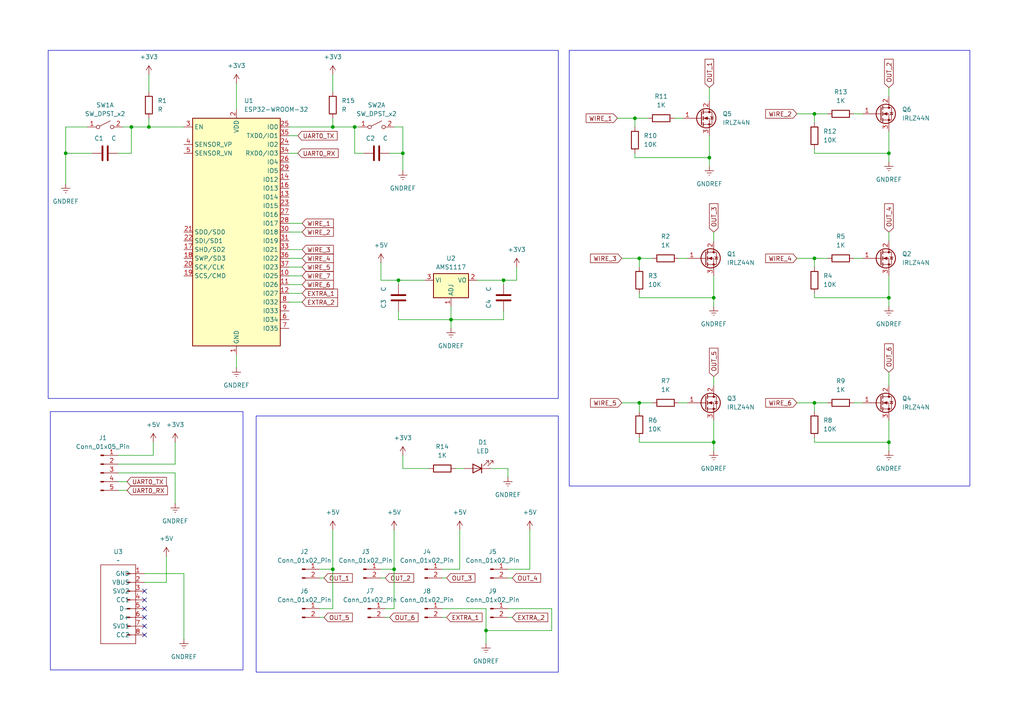
<source format=kicad_sch>
(kicad_sch (version 20231120) (generator "eeschema") (generator_version "8.0")
  (paper "A4")
  (lib_symbols
    (symbol "Connector:Conn_01x02_Pin" (pin_names (offset 1.016) hide)
      (property "Reference" "J" (at 0 2.54 0))
      (property "Value" "Conn_01x02_Pin" (at 0 -5.08 0))
      (symbol "Conn_01x02_Pin_1_1"
        (polyline (pts (xy 1.27 -2.54) (xy 0.8636 -2.54)) (stroke (width 0.1524)))
        (polyline (pts (xy 1.27 0) (xy 0.8636 0)) (stroke (width 0.1524)))
        (rectangle (start 0.8636 -2.413) (end 0 -2.667) (stroke (width 0.1524)) (fill (type outline)))
        (rectangle (start 0.8636 0.127) (end 0 -0.127) (stroke (width 0.1524)) (fill (type outline)))
        (pin passive line (at 5.08 0 180) (length 3.81) (name "Pin_1") (number "1"))
        (pin passive line (at 5.08 -2.54 180) (length 3.81) (name "Pin_2") (number "2"))
      )
    )
    (symbol "Connector:Conn_01x05_Pin" (pin_names (offset 1.016) hide)
      (property "Reference" "J" (at 0 7.62 0))
      (property "Value" "Conn_01x05_Pin" (at 0 -7.62 0))
      (symbol "Conn_01x05_Pin_1_1"
        (polyline (pts (xy 1.27 -5.08) (xy 0.8636 -5.08)) (stroke (width 0.1524)))
        (polyline (pts (xy 1.27 -2.54) (xy 0.8636 -2.54)) (stroke (width 0.1524)))
        (polyline (pts (xy 1.27 0) (xy 0.8636 0)) (stroke (width 0.1524)))
        (polyline (pts (xy 1.27 2.54) (xy 0.8636 2.54)) (stroke (width 0.1524)))
        (polyline (pts (xy 1.27 5.08) (xy 0.8636 5.08)) (stroke (width 0.1524)))
        (rectangle (start 0.8636 -4.953) (end 0 -5.207) (stroke (width 0.1524)) (fill (type outline)))
        (rectangle (start 0.8636 -2.413) (end 0 -2.667) (stroke (width 0.1524)) (fill (type outline)))
        (rectangle (start 0.8636 0.127) (end 0 -0.127) (stroke (width 0.1524)) (fill (type outline)))
        (rectangle (start 0.8636 2.667) (end 0 2.413) (stroke (width 0.1524)) (fill (type outline)))
        (rectangle (start 0.8636 5.207) (end 0 4.953) (stroke (width 0.1524)) (fill (type outline)))
        (pin passive line (at 5.08 5.08 180) (length 3.81) (name "Pin_1") (number "1"))
        (pin passive line (at 5.08 2.54 180) (length 3.81) (name "Pin_2") (number "2"))
        (pin passive line (at 5.08 0 180) (length 3.81) (name "Pin_3") (number "3"))
        (pin passive line (at 5.08 -2.54 180) (length 3.81) (name "Pin_4") (number "4"))
        (pin passive line (at 5.08 -5.08 180) (length 3.81) (name "Pin_5") (number "5"))
      )
    )
    (symbol "Device:C" (pin_numbers hide) (pin_names (offset 0.254))
      (property "Reference" "C" (at 0.635 2.54 0))
      (property "Value" "C" (at 0.635 -2.54 0))
      (symbol "C_0_1"
        (polyline (pts (xy -2.032 -0.762) (xy 2.032 -0.762)) (stroke (width 0.508)))
        (polyline (pts (xy -2.032 0.762) (xy 2.032 0.762)) (stroke (width 0.508)))
      )
      (symbol "C_1_1"
        (pin passive line (at 0 3.81 270) (length 2.794) (name "~") (number "1"))
        (pin passive line (at 0 -3.81 90) (length 2.794) (name "~") (number "2"))
      )
    )
    (symbol "Device:LED" (pin_numbers hide) (pin_names (offset 1.016) hide)
      (property "Reference" "D" (at 0 2.54 0))
      (property "Value" "LED" (at 0 -2.54 0))
      (symbol "LED_0_1"
        (polyline (pts (xy -1.27 -1.27) (xy -1.27 1.27)) (stroke (width 0.254)))
        (polyline (pts (xy -1.27 0) (xy 1.27 0)))
        (polyline (pts (xy 1.27 -1.27) (xy 1.27 1.27) (xy -1.27 0) (xy 1.27 -1.27)) (stroke (width 0.254)))
        (polyline (pts (xy -3.048 -0.762) (xy -4.572 -2.286) (xy -3.81 -2.286) (xy -4.572 -2.286) (xy -4.572 -1.524)))
        (polyline (pts (xy -1.778 -0.762) (xy -3.302 -2.286) (xy -2.54 -2.286) (xy -3.302 -2.286) (xy -3.302 -1.524)))
      )
      (symbol "LED_1_1"
        (pin passive line (at -3.81 0 0) (length 2.54) (name "K") (number "1"))
        (pin passive line (at 3.81 0 180) (length 2.54) (name "A") (number "2"))
      )
    )
    (symbol "Device:R" (pin_numbers hide) (pin_names (offset 0))
      (property "Reference" "R" (at 2.032 0 90))
      (property "Value" "R" (at 0 0 90))
      (symbol "R_0_1"
        (rectangle (start -1.016 -2.54) (end 1.016 2.54) (stroke (width 0.254)))
      )
      (symbol "R_1_1"
        (pin passive line (at 0 3.81 270) (length 1.27) (name "~") (number "1"))
        (pin passive line (at 0 -3.81 90) (length 1.27) (name "~") (number "2"))
      )
    )
    (symbol "RF_Module:ESP32-WROOM-32"
      (property "Reference" "U" (at -12.7 34.29 0))
      (property "Value" "ESP32-WROOM-32" (at 1.27 34.29 0))
      (symbol "ESP32-WROOM-32_0_1"
        (rectangle (start -12.7 33.02) (end 12.7 -33.02) (stroke (width 0.254)) (fill (type background)))
      )
      (symbol "ESP32-WROOM-32_1_1"
        (pin power_in line (at 0 -35.56 90) (length 2.54) (name "GND") (number "1"))
        (pin bidirectional line (at 15.24 -12.7 180) (length 2.54) (name "IO25") (number "10"))
        (pin bidirectional line (at 15.24 -15.24 180) (length 2.54) (name "IO26") (number "11"))
        (pin bidirectional line (at 15.24 -17.78 180) (length 2.54) (name "IO27") (number "12"))
        (pin bidirectional line (at 15.24 10.16 180) (length 2.54) (name "IO14") (number "13"))
        (pin bidirectional line (at 15.24 15.24 180) (length 2.54) (name "IO12") (number "14"))
        (pin passive line (at 0 -35.56 90) (length 2.54) hide (name "GND") (number "15"))
        (pin bidirectional line (at 15.24 12.7 180) (length 2.54) (name "IO13") (number "16"))
        (pin bidirectional line (at -15.24 -5.08 0) (length 2.54) (name "SHD/SD2") (number "17"))
        (pin bidirectional line (at -15.24 -7.62 0) (length 2.54) (name "SWP/SD3") (number "18"))
        (pin bidirectional line (at -15.24 -12.7 0) (length 2.54) (name "SCS/CMD") (number "19"))
        (pin power_in line (at 0 35.56 270) (length 2.54) (name "VDD") (number "2"))
        (pin bidirectional line (at -15.24 -10.16 0) (length 2.54) (name "SCK/CLK") (number "20"))
        (pin bidirectional line (at -15.24 0 0) (length 2.54) (name "SDO/SD0") (number "21"))
        (pin bidirectional line (at -15.24 -2.54 0) (length 2.54) (name "SDI/SD1") (number "22"))
        (pin bidirectional line (at 15.24 7.62 180) (length 2.54) (name "IO15") (number "23"))
        (pin bidirectional line (at 15.24 25.4 180) (length 2.54) (name "IO2") (number "24"))
        (pin bidirectional line (at 15.24 30.48 180) (length 2.54) (name "IO0") (number "25"))
        (pin bidirectional line (at 15.24 20.32 180) (length 2.54) (name "IO4") (number "26"))
        (pin bidirectional line (at 15.24 5.08 180) (length 2.54) (name "IO16") (number "27"))
        (pin bidirectional line (at 15.24 2.54 180) (length 2.54) (name "IO17") (number "28"))
        (pin bidirectional line (at 15.24 17.78 180) (length 2.54) (name "IO5") (number "29"))
        (pin input line (at -15.24 30.48 0) (length 2.54) (name "EN") (number "3"))
        (pin bidirectional line (at 15.24 0 180) (length 2.54) (name "IO18") (number "30"))
        (pin bidirectional line (at 15.24 -2.54 180) (length 2.54) (name "IO19") (number "31"))
        (pin no_connect line (at -12.7 -27.94 0) (length 2.54) hide (name "NC") (number "32"))
        (pin bidirectional line (at 15.24 -5.08 180) (length 2.54) (name "IO21") (number "33"))
        (pin bidirectional line (at 15.24 22.86 180) (length 2.54) (name "RXD0/IO3") (number "34"))
        (pin bidirectional line (at 15.24 27.94 180) (length 2.54) (name "TXD0/IO1") (number "35"))
        (pin bidirectional line (at 15.24 -7.62 180) (length 2.54) (name "IO22") (number "36"))
        (pin bidirectional line (at 15.24 -10.16 180) (length 2.54) (name "IO23") (number "37"))
        (pin passive line (at 0 -35.56 90) (length 2.54) hide (name "GND") (number "38"))
        (pin passive line (at 0 -35.56 90) (length 2.54) hide (name "GND") (number "39"))
        (pin input line (at -15.24 25.4 0) (length 2.54) (name "SENSOR_VP") (number "4"))
        (pin input line (at -15.24 22.86 0) (length 2.54) (name "SENSOR_VN") (number "5"))
        (pin input line (at 15.24 -25.4 180) (length 2.54) (name "IO34") (number "6"))
        (pin input line (at 15.24 -27.94 180) (length 2.54) (name "IO35") (number "7"))
        (pin bidirectional line (at 15.24 -20.32 180) (length 2.54) (name "IO32") (number "8"))
        (pin bidirectional line (at 15.24 -22.86 180) (length 2.54) (name "IO33") (number "9"))
      )
    )
    (symbol "Regulator_Linear:AMS1117"
      (property "Reference" "U" (at -3.81 3.175 0))
      (property "Value" "AMS1117" (at 0 3.175 0))
      (symbol "AMS1117_0_1"
        (rectangle (start -5.08 -5.08) (end 5.08 1.905) (stroke (width 0.254)) (fill (type background)))
      )
      (symbol "AMS1117_1_1"
        (pin input line (at 0 -7.62 90) (length 2.54) (name "ADJ") (number "1"))
        (pin power_out line (at 7.62 0 180) (length 2.54) (name "VO") (number "2"))
        (pin power_in line (at -7.62 0 0) (length 2.54) (name "VI") (number "3"))
      )
    )
    (symbol "Switch:SW_DPST_x2" (pin_names (offset 0) hide)
      (property "Reference" "SW" (at 0 3.175 0))
      (property "Value" "SW_DPST_x2" (at 0 -2.54 0))
      (symbol "SW_DPST_x2_0_0"
        (circle (center -2.032 0) (radius 0.508))
        (polyline (pts (xy -1.524 0.254) (xy 1.524 1.778)))
        (circle (center 2.032 0) (radius 0.508))
      )
      (symbol "SW_DPST_x2_1_1"
        (pin passive line (at -5.08 0 0) (length 2.54) (name "A") (number "1"))
        (pin passive line (at 5.08 0 180) (length 2.54) (name "B") (number "2"))
      )
      (symbol "SW_DPST_x2_2_1"
        (pin passive line (at -5.08 0 0) (length 2.54) (name "A") (number "3"))
        (pin passive line (at 5.08 0 180) (length 2.54) (name "B") (number "4"))
      )
    )
    (symbol "Transistor_FET:IRLZ44N" (pin_names hide)
      (property "Reference" "Q" (at 5.08 1.905 0))
      (property "Value" "IRLZ44N" (at 5.08 0 0))
      (symbol "IRLZ44N_0_1"
        (polyline (pts (xy 0.254 0) (xy -2.54 0)))
        (polyline (pts (xy 0.254 1.905) (xy 0.254 -1.905)) (stroke (width 0.254)))
        (polyline (pts (xy 0.762 -1.27) (xy 0.762 -2.286)) (stroke (width 0.254)))
        (polyline (pts (xy 0.762 0.508) (xy 0.762 -0.508)) (stroke (width 0.254)))
        (polyline (pts (xy 0.762 2.286) (xy 0.762 1.27)) (stroke (width 0.254)))
        (polyline (pts (xy 2.54 2.54) (xy 2.54 1.778)))
        (polyline (pts (xy 2.54 -2.54) (xy 2.54 0) (xy 0.762 0)))
        (polyline (pts (xy 0.762 -1.778) (xy 3.302 -1.778) (xy 3.302 1.778) (xy 0.762 1.778)))
        (polyline (pts (xy 1.016 0) (xy 2.032 0.381) (xy 2.032 -0.381) (xy 1.016 0)) (fill (type outline)))
        (polyline (pts (xy 2.794 0.508) (xy 2.921 0.381) (xy 3.683 0.381) (xy 3.81 0.254)))
        (polyline (pts (xy 3.302 0.381) (xy 2.921 -0.254) (xy 3.683 -0.254) (xy 3.302 0.381)))
        (circle (center 1.651 0) (radius 2.794) (stroke (width 0.254)))
        (circle (center 2.54 -1.778) (radius 0.254) (fill (type outline)))
        (circle (center 2.54 1.778) (radius 0.254) (fill (type outline)))
      )
      (symbol "IRLZ44N_1_1"
        (pin input line (at -5.08 0 0) (length 2.54) (name "G") (number "1"))
        (pin passive line (at 2.54 5.08 270) (length 2.54) (name "D") (number "2"))
        (pin passive line (at 2.54 -5.08 90) (length 2.54) (name "S") (number "3"))
      )
    )
    (symbol "nichrome_project_lib:usb-c-breakout"
      (property "Reference" "U" (at 0 0 0))
      (symbol "usb-c-breakout_1_1"
        (rectangle (start -10.16 -1.27) (end 0 -24.13) (fill (type color)))
        (rectangle (start -1.6764 -21.463) (end -2.54 -21.717) (stroke (width 0.1524)) (fill (type outline)))
        (rectangle (start -1.6764 -18.923) (end -2.54 -19.177) (stroke (width 0.1524)) (fill (type outline)))
        (rectangle (start -1.6764 -16.383) (end -2.54 -16.637) (stroke (width 0.1524)) (fill (type outline)))
        (rectangle (start -1.6764 -13.843) (end -2.54 -14.097) (stroke (width 0.1524)) (fill (type outline)))
        (rectangle (start -1.6764 -11.303) (end -2.54 -11.557) (stroke (width 0.1524)) (fill (type outline)))
        (rectangle (start -1.6764 -8.763) (end -2.54 -9.017) (stroke (width 0.1524)) (fill (type outline)))
        (rectangle (start -1.6764 -6.223) (end -2.54 -6.477) (stroke (width 0.1524)) (fill (type outline)))
        (rectangle (start -1.6764 -3.683) (end -2.54 -3.937) (stroke (width 0.1524)) (fill (type outline)))
        (polyline (pts (xy -1.27 -21.59) (xy -1.6764 -21.59)) (stroke (width 0.1524)))
        (polyline (pts (xy -1.27 -19.05) (xy -1.6764 -19.05)) (stroke (width 0.1524)))
        (polyline (pts (xy -1.27 -16.51) (xy -1.6764 -16.51)) (stroke (width 0.1524)))
        (polyline (pts (xy -1.27 -13.97) (xy -1.6764 -13.97)) (stroke (width 0.1524)))
        (polyline (pts (xy -1.27 -11.43) (xy -1.6764 -11.43)) (stroke (width 0.1524)))
        (polyline (pts (xy -1.27 -8.89) (xy -1.6764 -8.89)) (stroke (width 0.1524)))
        (polyline (pts (xy -1.27 -6.35) (xy -1.6764 -6.35)) (stroke (width 0.1524)))
        (polyline (pts (xy -1.27 -3.81) (xy -1.6764 -3.81)) (stroke (width 0.1524)))
        (pin power_out line (at 2.54 -3.81 180) (length 3.81) (name "GND") (number "1"))
        (pin power_in line (at 2.54 -6.35 180) (length 3.81) (name "VBUS") (number "2"))
        (pin passive line (at 2.54 -8.89 180) (length 3.81) (name "SVD2") (number "3"))
        (pin passive line (at 2.54 -11.43 180) (length 3.81) (name "CC1") (number "4"))
        (pin passive line (at 2.54 -13.97 180) (length 3.81) (name "D-") (number "5"))
        (pin passive line (at 2.54 -16.51 180) (length 3.81) (name "D+") (number "6"))
        (pin passive line (at 2.54 -19.05 180) (length 3.81) (name "SVD1") (number "7"))
        (pin passive line (at 2.54 -21.59 180) (length 3.81) (name "CC2") (number "8"))
      )
    )
    (symbol "power:+3V3" (power) (pin_numbers hide) (pin_names (offset 0) hide)
      (property "Value" "+3V3" (at 0 3.556 0))
      (symbol "+3V3_0_1"
        (polyline (pts (xy -0.762 1.27) (xy 0 2.54)))
        (polyline (pts (xy 0 0) (xy 0 2.54)))
        (polyline (pts (xy 0 2.54) (xy 0.762 1.27)))
      )
      (symbol "+3V3_1_1"
        (pin power_in line (at 0 0 90) (length 0) (name "~") (number "1"))
      )
    )
    (symbol "power:+5V" (power) (pin_numbers hide) (pin_names (offset 0) hide)
      (property "Value" "+5V" (at 0 3.556 0))
      (symbol "+5V_0_1"
        (polyline (pts (xy -0.762 1.27) (xy 0 2.54)))
        (polyline (pts (xy 0 0) (xy 0 2.54)))
        (polyline (pts (xy 0 2.54) (xy 0.762 1.27)))
      )
      (symbol "+5V_1_1"
        (pin power_in line (at 0 0 90) (length 0) (name "~") (number "1"))
      )
    )
    (symbol "power:GNDREF" (power) (pin_numbers hide) (pin_names (offset 0) hide)
      (property "Value" "GNDREF" (at 0 -3.81 0))
      (symbol "GNDREF_0_1"
        (polyline (pts (xy -0.635 -1.905) (xy 0.635 -1.905)))
        (polyline (pts (xy -0.127 -2.54) (xy 0.127 -2.54)))
        (polyline (pts (xy 0 -1.27) (xy 0 0)))
        (polyline (pts (xy 1.27 -1.27) (xy -1.27 -1.27)))
      )
      (symbol "GNDREF_1_1"
        (pin power_in line (at 0 0 270) (length 0) (name "~") (number "1"))
      )
    )
  )
  (junction (at 43.18 36.83))
  (junction (at 207.01 86.36))
  (junction (at 140.97 182.88))
  (junction (at 114.3 165.1))
  (junction (at 257.81 86.36))
  (junction (at 257.81 44.45))
  (junction (at 96.52 165.1))
  (junction (at 185.42 116.84))
  (junction (at 19.05 44.45))
  (junction (at 146.05 81.28))
  (junction (at 236.22 116.84))
  (junction (at 130.81 92.71))
  (junction (at 236.22 33.02))
  (junction (at 257.81 128.27))
  (junction (at 96.52 36.83))
  (junction (at 115.57 81.28))
  (junction (at 102.87 36.83))
  (junction (at 205.74 45.72))
  (junction (at 116.84 44.45))
  (junction (at 185.42 74.93))
  (junction (at 236.22 74.93))
  (junction (at 38.1 36.83))
  (junction (at 207.01 128.27))
  (junction (at 184.15 34.29))
  (no_connect (at 41.91 179.07))
  (no_connect (at 41.91 171.45))
  (no_connect (at 41.91 173.99))
  (no_connect (at 41.91 184.15))
  (no_connect (at 41.91 181.61))
  (no_connect (at 41.91 176.53))
  (wire (pts (xy 160.02 176.53) (xy 160.02 182.88)))
  (wire (pts (xy 257.81 121.92) (xy 257.81 128.27)))
  (wire (pts (xy 257.81 38.1) (xy 257.81 44.45)))
  (wire (pts (xy 83.82 67.31) (xy 87.63 67.31)))
  (wire (pts (xy 185.42 116.84) (xy 185.42 119.38)))
  (wire (pts (xy 196.85 116.84) (xy 199.39 116.84)))
  (wire (pts (xy 180.34 116.84) (xy 185.42 116.84)))
  (wire (pts (xy 44.45 132.08) (xy 44.45 128.27)))
  (wire (pts (xy 231.14 74.93) (xy 236.22 74.93)))
  (wire (pts (xy 102.87 36.83) (xy 102.87 44.45)))
  (wire (pts (xy 195.58 34.29) (xy 198.12 34.29)))
  (wire (pts (xy 34.29 134.62) (xy 50.8 134.62)))
  (wire (pts (xy 140.97 182.88) (xy 140.97 186.69)))
  (wire (pts (xy 257.81 107.95) (xy 257.81 111.76)))
  (wire (pts (xy 128.27 179.07) (xy 129.54 179.07)))
  (wire (pts (xy 140.97 176.53) (xy 140.97 182.88)))
  (wire (pts (xy 19.05 53.34) (xy 19.05 44.45)))
  (wire (pts (xy 111.76 176.53) (xy 114.3 176.53)))
  (wire (pts (xy 92.71 176.53) (xy 96.52 176.53)))
  (wire (pts (xy 83.82 44.45) (xy 86.36 44.45)))
  (wire (pts (xy 19.05 44.45) (xy 19.05 36.83)))
  (wire (pts (xy 207.01 109.22) (xy 207.01 111.76)))
  (wire (pts (xy 231.14 33.02) (xy 236.22 33.02)))
  (wire (pts (xy 34.29 139.7) (xy 36.83 139.7)))
  (wire (pts (xy 133.35 165.1) (xy 133.35 153.67)))
  (wire (pts (xy 153.67 153.67) (xy 153.67 165.1)))
  (wire (pts (xy 35.56 36.83) (xy 38.1 36.83)))
  (wire (pts (xy 240.03 33.02) (xy 236.22 33.02)))
  (wire (pts (xy 68.58 102.87) (xy 68.58 106.68)))
  (wire (pts (xy 50.8 137.16) (xy 50.8 146.05)))
  (wire (pts (xy 236.22 128.27) (xy 257.81 128.27)))
  (wire (pts (xy 115.57 92.71) (xy 130.81 92.71)))
  (wire (pts (xy 102.87 44.45) (xy 105.41 44.45)))
  (wire (pts (xy 147.32 167.64) (xy 148.59 167.64)))
  (wire (pts (xy 142.24 135.89) (xy 147.32 135.89)))
  (wire (pts (xy 247.65 33.02) (xy 250.19 33.02)))
  (wire (pts (xy 110.49 167.64) (xy 111.76 167.64)))
  (wire (pts (xy 43.18 21.59) (xy 43.18 26.67)))
  (wire (pts (xy 130.81 92.71) (xy 146.05 92.71)))
  (wire (pts (xy 114.3 36.83) (xy 116.84 36.83)))
  (wire (pts (xy 147.32 135.89) (xy 147.32 138.43)))
  (wire (pts (xy 236.22 44.45) (xy 236.22 43.18)))
  (wire (pts (xy 83.82 72.39) (xy 87.63 72.39)))
  (wire (pts (xy 96.52 34.29) (xy 96.52 36.83)))
  (wire (pts (xy 128.27 165.1) (xy 133.35 165.1)))
  (wire (pts (xy 236.22 128.27) (xy 236.22 127)))
  (wire (pts (xy 128.27 176.53) (xy 140.97 176.53)))
  (wire (pts (xy 96.52 36.83) (xy 102.87 36.83)))
  (wire (pts (xy 96.52 21.59) (xy 96.52 26.67)))
  (wire (pts (xy 96.52 153.67) (xy 96.52 165.1)))
  (wire (pts (xy 185.42 128.27) (xy 207.01 128.27)))
  (wire (pts (xy 19.05 44.45) (xy 26.67 44.45)))
  (wire (pts (xy 130.81 92.71) (xy 130.81 95.25)))
  (wire (pts (xy 185.42 128.27) (xy 185.42 127)))
  (wire (pts (xy 34.29 137.16) (xy 50.8 137.16)))
  (wire (pts (xy 83.82 36.83) (xy 96.52 36.83)))
  (wire (pts (xy 207.01 67.31) (xy 207.01 69.85)))
  (wire (pts (xy 41.91 168.91) (xy 48.26 168.91)))
  (wire (pts (xy 92.71 167.64) (xy 93.98 167.64)))
  (wire (pts (xy 240.03 116.84) (xy 236.22 116.84)))
  (wire (pts (xy 236.22 44.45) (xy 257.81 44.45)))
  (wire (pts (xy 146.05 81.28) (xy 146.05 82.55)))
  (wire (pts (xy 92.71 165.1) (xy 96.52 165.1)))
  (wire (pts (xy 149.86 81.28) (xy 149.86 77.47)))
  (wire (pts (xy 34.29 132.08) (xy 44.45 132.08)))
  (wire (pts (xy 180.34 74.93) (xy 185.42 74.93)))
  (wire (pts (xy 113.03 44.45) (xy 116.84 44.45)))
  (wire (pts (xy 83.82 82.55) (xy 87.63 82.55)))
  (wire (pts (xy 257.81 86.36) (xy 257.81 88.9)))
  (wire (pts (xy 160.02 182.88) (xy 140.97 182.88)))
  (wire (pts (xy 38.1 36.83) (xy 43.18 36.83)))
  (wire (pts (xy 114.3 153.67) (xy 114.3 165.1)))
  (wire (pts (xy 153.67 165.1) (xy 147.32 165.1)))
  (wire (pts (xy 83.82 77.47) (xy 87.63 77.47)))
  (wire (pts (xy 92.71 179.07) (xy 93.98 179.07)))
  (wire (pts (xy 187.96 34.29) (xy 184.15 34.29)))
  (wire (pts (xy 185.42 74.93) (xy 185.42 77.47)))
  (wire (pts (xy 236.22 86.36) (xy 257.81 86.36)))
  (wire (pts (xy 247.65 116.84) (xy 250.19 116.84)))
  (wire (pts (xy 50.8 134.62) (xy 50.8 128.27)))
  (wire (pts (xy 116.84 135.89) (xy 124.46 135.89)))
  (wire (pts (xy 110.49 81.28) (xy 110.49 76.2)))
  (wire (pts (xy 236.22 33.02) (xy 236.22 35.56)))
  (wire (pts (xy 231.14 116.84) (xy 236.22 116.84)))
  (wire (pts (xy 257.81 67.31) (xy 257.81 69.85)))
  (wire (pts (xy 96.52 165.1) (xy 96.52 176.53)))
  (wire (pts (xy 147.32 179.07) (xy 148.59 179.07)))
  (wire (pts (xy 83.82 39.37) (xy 86.36 39.37)))
  (wire (pts (xy 236.22 116.84) (xy 236.22 119.38)))
  (wire (pts (xy 115.57 81.28) (xy 110.49 81.28)))
  (wire (pts (xy 83.82 80.01) (xy 87.63 80.01)))
  (wire (pts (xy 207.01 121.92) (xy 207.01 128.27)))
  (wire (pts (xy 185.42 86.36) (xy 185.42 85.09)))
  (wire (pts (xy 43.18 36.83) (xy 53.34 36.83)))
  (wire (pts (xy 236.22 74.93) (xy 236.22 77.47)))
  (wire (pts (xy 19.05 36.83) (xy 25.4 36.83)))
  (wire (pts (xy 115.57 82.55) (xy 115.57 81.28)))
  (wire (pts (xy 102.87 36.83) (xy 104.14 36.83)))
  (wire (pts (xy 207.01 86.36) (xy 207.01 88.9)))
  (wire (pts (xy 147.32 176.53) (xy 160.02 176.53)))
  (wire (pts (xy 189.23 116.84) (xy 185.42 116.84)))
  (wire (pts (xy 207.01 80.01) (xy 207.01 86.36)))
  (wire (pts (xy 240.03 74.93) (xy 236.22 74.93)))
  (wire (pts (xy 83.82 85.09) (xy 87.63 85.09)))
  (wire (pts (xy 184.15 34.29) (xy 184.15 36.83)))
  (wire (pts (xy 116.84 132.08) (xy 116.84 135.89)))
  (wire (pts (xy 257.81 128.27) (xy 257.81 130.81)))
  (wire (pts (xy 184.15 45.72) (xy 184.15 44.45)))
  (wire (pts (xy 83.82 87.63) (xy 87.63 87.63)))
  (wire (pts (xy 236.22 86.36) (xy 236.22 85.09)))
  (wire (pts (xy 184.15 45.72) (xy 205.74 45.72)))
  (wire (pts (xy 189.23 74.93) (xy 185.42 74.93)))
  (wire (pts (xy 68.58 24.13) (xy 68.58 31.75)))
  (wire (pts (xy 116.84 36.83) (xy 116.84 44.45)))
  (wire (pts (xy 41.91 166.37) (xy 53.34 166.37)))
  (wire (pts (xy 130.81 88.9) (xy 130.81 92.71)))
  (wire (pts (xy 257.81 25.4) (xy 257.81 27.94)))
  (wire (pts (xy 83.82 74.93) (xy 87.63 74.93)))
  (wire (pts (xy 179.07 34.29) (xy 184.15 34.29)))
  (wire (pts (xy 205.74 25.4) (xy 205.74 29.21)))
  (wire (pts (xy 205.74 45.72) (xy 205.74 48.26)))
  (wire (pts (xy 110.49 165.1) (xy 114.3 165.1)))
  (wire (pts (xy 257.81 80.01) (xy 257.81 86.36)))
  (wire (pts (xy 111.76 179.07) (xy 113.03 179.07)))
  (wire (pts (xy 34.29 142.24) (xy 36.83 142.24)))
  (wire (pts (xy 138.43 81.28) (xy 146.05 81.28)))
  (wire (pts (xy 34.29 44.45) (xy 38.1 44.45)))
  (wire (pts (xy 38.1 44.45) (xy 38.1 36.83)))
  (wire (pts (xy 43.18 34.29) (xy 43.18 36.83)))
  (wire (pts (xy 48.26 168.91) (xy 48.26 161.29)))
  (wire (pts (xy 247.65 74.93) (xy 250.19 74.93)))
  (wire (pts (xy 116.84 44.45) (xy 116.84 49.53)))
  (wire (pts (xy 114.3 165.1) (xy 114.3 176.53)))
  (wire (pts (xy 185.42 86.36) (xy 207.01 86.36)))
  (wire (pts (xy 128.27 167.64) (xy 129.54 167.64)))
  (wire (pts (xy 83.82 64.77) (xy 87.63 64.77)))
  (wire (pts (xy 207.01 128.27) (xy 207.01 130.81)))
  (wire (pts (xy 115.57 90.17) (xy 115.57 92.71)))
  (wire (pts (xy 146.05 92.71) (xy 146.05 90.17)))
  (wire (pts (xy 257.81 44.45) (xy 257.81 46.99)))
  (wire (pts (xy 115.57 81.28) (xy 123.19 81.28)))
  (wire (pts (xy 132.08 135.89) (xy 134.62 135.89)))
  (wire (pts (xy 196.85 74.93) (xy 199.39 74.93)))
  (wire (pts (xy 146.05 81.28) (xy 149.86 81.28)))
  (wire (pts (xy 205.74 39.37) (xy 205.74 45.72)))
  (wire (pts (xy 53.34 166.37) (xy 53.34 185.42)))
  (rectangle (start 165.1 14.605) (end 281.305 140.97))
  (rectangle (start 13.97 14.605) (end 161.925 115.57))
  (rectangle (start 74.295 120.65) (end 161.925 194.945))
  (rectangle (start 14.605 119.38) (end 70.485 194.31))
  (global_label "OUT_2" (shape input) (at 257.81 25.4 90) (property "Intersheetrefs" "${INTERSHEET_REFS}" (effects (hide yes))))
  (global_label "UART0_TX" (shape input) (at 86.36 39.37 0) (property "Intersheetrefs" "${INTERSHEET_REFS}" (effects (hide yes))))
  (global_label "WIRE_1" (shape input) (at 87.63 64.77 0) (property "Intersheetrefs" "${INTERSHEET_REFS}" (effects (hide yes))))
  (global_label "OUT_6" (shape input) (at 257.81 107.95 90) (property "Intersheetrefs" "${INTERSHEET_REFS}" (effects (hide yes))))
  (global_label "OUT_3" (shape input) (at 207.01 67.31 90) (property "Intersheetrefs" "${INTERSHEET_REFS}" (effects (hide yes))))
  (global_label "WIRE_5" (shape input) (at 87.63 77.47 0) (property "Intersheetrefs" "${INTERSHEET_REFS}" (effects (hide yes))))
  (global_label "WIRE_3" (shape input) (at 180.34 74.93 180) (property "Intersheetrefs" "${INTERSHEET_REFS}" (effects (hide yes))))
  (global_label "WIRE_4" (shape input) (at 231.14 74.93 180) (property "Intersheetrefs" "${INTERSHEET_REFS}" (effects (hide yes))))
  (global_label "WIRE_5" (shape input) (at 180.34 116.84 180) (property "Intersheetrefs" "${INTERSHEET_REFS}" (effects (hide yes))))
  (global_label "EXTRA_2" (shape input) (at 87.63 87.63 0) (property "Intersheetrefs" "${INTERSHEET_REFS}" (effects (hide yes))))
  (global_label "OUT_4" (shape input) (at 257.81 67.31 90) (property "Intersheetrefs" "${INTERSHEET_REFS}" (effects (hide yes))))
  (global_label "UART0_RX" (shape input) (at 36.83 142.24 0) (property "Intersheetrefs" "${INTERSHEET_REFS}" (effects (hide yes))))
  (global_label "OUT_3" (shape input) (at 129.54 167.64 0) (property "Intersheetrefs" "${INTERSHEET_REFS}" (effects (hide yes))))
  (global_label "EXTRA_1" (shape input) (at 129.54 179.07 0) (property "Intersheetrefs" "${INTERSHEET_REFS}" (effects (hide yes))))
  (global_label "WIRE_6" (shape input) (at 87.63 82.55 0) (property "Intersheetrefs" "${INTERSHEET_REFS}" (effects (hide yes))))
  (global_label "WIRE_2" (shape input) (at 87.63 67.31 0) (property "Intersheetrefs" "${INTERSHEET_REFS}" (effects (hide yes))))
  (global_label "OUT_2" (shape input) (at 111.76 167.64 0) (property "Intersheetrefs" "${INTERSHEET_REFS}" (effects (hide yes))))
  (global_label "OUT_4" (shape input) (at 148.59 167.64 0) (property "Intersheetrefs" "${INTERSHEET_REFS}" (effects (hide yes))))
  (global_label "OUT_1" (shape input) (at 93.98 167.64 0) (property "Intersheetrefs" "${INTERSHEET_REFS}" (effects (hide yes))))
  (global_label "WIRE_2" (shape input) (at 231.14 33.02 180) (property "Intersheetrefs" "${INTERSHEET_REFS}" (effects (hide yes))))
  (global_label "WIRE_6" (shape input) (at 231.14 116.84 180) (property "Intersheetrefs" "${INTERSHEET_REFS}" (effects (hide yes))))
  (global_label "WIRE_7" (shape input) (at 87.63 80.01 0) (property "Intersheetrefs" "${INTERSHEET_REFS}" (effects (hide yes))))
  (global_label "OUT_6" (shape input) (at 113.03 179.07 0) (property "Intersheetrefs" "${INTERSHEET_REFS}" (effects (hide yes))))
  (global_label "OUT_1" (shape input) (at 205.74 25.4 90) (property "Intersheetrefs" "${INTERSHEET_REFS}" (effects (hide yes))))
  (global_label "OUT_5" (shape input) (at 207.01 109.22 90) (property "Intersheetrefs" "${INTERSHEET_REFS}" (effects (hide yes))))
  (global_label "EXTRA_1" (shape input) (at 87.63 85.09 0) (property "Intersheetrefs" "${INTERSHEET_REFS}" (effects (hide yes))))
  (global_label "UART0_RX" (shape input) (at 86.36 44.45 0) (property "Intersheetrefs" "${INTERSHEET_REFS}" (effects (hide yes))))
  (global_label "EXTRA_2" (shape input) (at 148.59 179.07 0) (property "Intersheetrefs" "${INTERSHEET_REFS}" (effects (hide yes))))
  (global_label "WIRE_1" (shape input) (at 179.07 34.29 180) (property "Intersheetrefs" "${INTERSHEET_REFS}" (effects (hide yes))))
  (global_label "WIRE_4" (shape input) (at 87.63 74.93 0) (property "Intersheetrefs" "${INTERSHEET_REFS}" (effects (hide yes))))
  (global_label "UART0_TX" (shape input) (at 36.83 139.7 0) (property "Intersheetrefs" "${INTERSHEET_REFS}" (effects (hide yes))))
  (global_label "WIRE_3" (shape input) (at 87.63 72.39 0) (property "Intersheetrefs" "${INTERSHEET_REFS}" (effects (hide yes))))
  (global_label "OUT_5" (shape input) (at 93.98 179.07 0) (property "Intersheetrefs" "${INTERSHEET_REFS}" (effects (hide yes))))
  (symbol (lib_id "Device:C") (at 30.48 44.45 90) (unit 1)
    (property "Reference" "C1" (at 28.702 40.132 90))
    (property "Value" "C" (at 33.02 40.132 90))
    (property "Footprint" "Capacitor_SMD:C_1206_3216Metric_Pad1.33x1.80mm_HandSolder" (effects (hide yes)))
    (property "Description" "Unpolarized capacitor" (effects (hide yes)))
  )
  (symbol (lib_id "Connector:Conn_01x02_Pin") (at 142.24 176.53 0) (unit 1)
    (property "Reference" "J9" (at 142.875 171.45 0))
    (property "Value" "Conn_01x02_Pin" (at 142.875 173.99 0))
    (property "Footprint" "Connector_Molex:Molex_KK-254_AE-6410-02A_1x02_P2.54mm_Vertical" (effects (hide yes)))
    (property "Description" "Generic connector, single row, 01x02, script generated" (effects (hide yes)))
  )
  (symbol (lib_id "power:+3V3") (at 68.58 24.13 0) (unit 1)
    (property "Reference" "#PWR05" (effects (hide yes)))
    (property "Value" "+3V3" (at 68.58 19.05 0))
    (property "Description" "Power symbol creates a global label with name \"+3V3\"" (effects (hide yes)))
  )
  (symbol (lib_id "Transistor_FET:IRLZ44N") (at 255.27 33.02 0) (unit 1)
    (property "Reference" "Q6" (at 261.62 31.7499 0) (effects (justify left)))
    (property "Value" "IRLZ44N" (at 261.62 34.2899 0) (effects (justify left)))
    (property "Footprint" "Package_TO_SOT_THT:TO-220-3_Vertical" (effects (hide yes)))
    (property "Datasheet" "http://www.irf.com/product-info/datasheets/data/irlz44n.pdf" (effects (hide yes)))
    (property "Description" "47A Id, 55V Vds, 22mOhm Rds Single N-Channel HEXFET Power MOSFET, TO-220AB" (effects (hide yes)))
  )
  (symbol (lib_id "Connector:Conn_01x05_Pin") (at 29.21 137.16 0) (unit 1)
    (property "Reference" "J1" (at 29.845 127 0))
    (property "Value" "Conn_01x05_Pin" (at 29.845 129.54 0))
    (property "Footprint" "Connector_PinSocket_2.54mm:PinSocket_1x05_P2.54mm_Vertical" (effects (hide yes)))
    (property "Description" "Generic connector, single row, 01x05, script generated" (effects (hide yes)))
  )
  (symbol (lib_id "Device:R") (at 184.15 40.64 180) (unit 1)
    (property "Reference" "R10" (at 186.69 39.3699 0) (effects (justify right)))
    (property "Value" "10K" (at 186.69 41.9099 0) (effects (justify right)))
    (property "Footprint" "Resistor_SMD:R_1206_3216Metric" (effects (hide yes)))
    (property "Description" "Resistor" (effects (hide yes)))
  )
  (symbol (lib_id "Device:C") (at 115.57 86.36 180) (unit 1)
    (property "Reference" "C3" (at 111.252 88.138 90))
    (property "Value" "C" (at 111.252 83.82 90))
    (property "Footprint" "Capacitor_SMD:C_1206_3216Metric_Pad1.33x1.80mm_HandSolder" (effects (hide yes)))
    (property "Description" "Unpolarized capacitor" (effects (hide yes)))
  )
  (symbol (lib_id "power:+5V") (at 44.45 128.27 0) (unit 1)
    (property "Reference" "#PWR018" (effects (hide yes)))
    (property "Value" "+5V" (at 44.45 123.19 0))
    (property "Description" "Power symbol creates a global label with name \"+5V\"" (effects (hide yes)))
  )
  (symbol (lib_id "power:+3V3") (at 96.52 21.59 0) (unit 1)
    (property "Reference" "#PWR016" (effects (hide yes)))
    (property "Value" "+3V3" (at 96.52 16.51 0))
    (property "Description" "Power symbol creates a global label with name \"+3V3\"" (effects (hide yes)))
  )
  (symbol (lib_id "Connector:Conn_01x02_Pin") (at 87.63 176.53 0) (unit 1)
    (property "Reference" "J6" (at 88.265 171.45 0))
    (property "Value" "Conn_01x02_Pin" (at 88.265 173.99 0))
    (property "Footprint" "Connector_Molex:Molex_KK-254_AE-6410-02A_1x02_P2.54mm_Vertical" (effects (hide yes)))
    (property "Description" "Generic connector, single row, 01x02, script generated" (effects (hide yes)))
  )
  (symbol (lib_id "Device:C") (at 109.22 44.45 90) (unit 1)
    (property "Reference" "C2" (at 107.442 40.132 90))
    (property "Value" "C" (at 111.76 40.132 90))
    (property "Footprint" "Capacitor_SMD:C_1206_3216Metric_Pad1.33x1.80mm_HandSolder" (effects (hide yes)))
    (property "Description" "Unpolarized capacitor" (effects (hide yes)))
  )
  (symbol (lib_id "power:+5V") (at 114.3 153.67 0) (unit 1)
    (property "Reference" "#PWR025" (effects (hide yes)))
    (property "Value" "+5V" (at 114.3 148.59 0))
    (property "Description" "Power symbol creates a global label with name \"+5V\"" (effects (hide yes)))
  )
  (symbol (lib_id "power:GNDREF") (at 257.81 88.9 0) (unit 1)
    (property "Reference" "#PWR09" (effects (hide yes)))
    (property "Value" "GNDREF" (at 257.81 93.98 0))
    (property "Description" "Power symbol creates a global label with name \"GNDREF\" , reference supply ground" (effects (hide yes)))
  )
  (symbol (lib_id "power:GNDREF") (at 257.81 46.99 0) (unit 1)
    (property "Reference" "#PWR017" (effects (hide yes)))
    (property "Value" "GNDREF" (at 257.81 52.07 0))
    (property "Description" "Power symbol creates a global label with name \"GNDREF\" , reference supply ground" (effects (hide yes)))
  )
  (symbol (lib_id "Device:R") (at 193.04 74.93 90) (unit 1)
    (property "Reference" "R2" (at 193.04 68.58 90))
    (property "Value" "1K" (at 193.04 71.12 90))
    (property "Footprint" "Resistor_SMD:R_1206_3216Metric" (effects (hide yes)))
    (property "Description" "Resistor" (effects (hide yes)))
  )
  (symbol (lib_id "Device:R") (at 43.18 30.48 0) (unit 1)
    (property "Reference" "R1" (at 45.72 29.2099 0) (effects (justify left)))
    (property "Value" "R" (at 45.72 31.7499 0) (effects (justify left)))
    (property "Footprint" "Resistor_SMD:R_1206_3216Metric" (effects (hide yes)))
    (property "Description" "Resistor" (effects (hide yes)))
  )
  (symbol (lib_id "Connector:Conn_01x02_Pin") (at 106.68 176.53 0) (unit 1)
    (property "Reference" "J7" (at 107.315 171.45 0))
    (property "Value" "Conn_01x02_Pin" (at 107.315 173.99 0))
    (property "Footprint" "Connector_Molex:Molex_KK-254_AE-6410-02A_1x02_P2.54mm_Vertical" (effects (hide yes)))
    (property "Description" "Generic connector, single row, 01x02, script generated" (effects (hide yes)))
  )
  (symbol (lib_id "RF_Module:ESP32-WROOM-32") (at 68.58 67.31 0) (unit 1)
    (property "Reference" "U1" (at 70.7741 29.21 0) (effects (justify left)))
    (property "Value" "ESP32-WROOM-32" (at 70.7741 31.75 0) (effects (justify left)))
    (property "Footprint" "RF_Module:ESP32-WROOM-32" (effects (hide yes)))
    (property "Datasheet" "https://www.espressif.com/sites/default/files/documentation/esp32-wroom-32_datasheet_en.pdf" (effects (hide yes)))
    (property "Description" "RF Module, ESP32-D0WDQ6 SoC, Wi-Fi 802.11b/g/n, Bluetooth, BLE, 32-bit, 2.7-3.6V, onboard antenna, SMD" (effects (hide yes)))
  )
  (symbol (lib_id "power:GNDREF") (at 140.97 186.69 0) (unit 1)
    (property "Reference" "#PWR06" (effects (hide yes)))
    (property "Value" "GNDREF" (at 140.97 191.77 0))
    (property "Description" "Power symbol creates a global label with name \"GNDREF\" , reference supply ground" (effects (hide yes)))
  )
  (symbol (lib_id "power:+3V3") (at 43.18 21.59 0) (unit 1)
    (property "Reference" "#PWR01" (effects (hide yes)))
    (property "Value" "+3V3" (at 43.18 16.51 0))
    (property "Description" "Power symbol creates a global label with name \"+3V3\"" (effects (hide yes)))
  )
  (symbol (lib_id "Connector:Conn_01x02_Pin") (at 123.19 165.1 0) (unit 1)
    (property "Reference" "J4" (at 123.825 160.02 0))
    (property "Value" "Conn_01x02_Pin" (at 123.825 162.56 0))
    (property "Footprint" "Connector_Molex:Molex_KK-254_AE-6410-02A_1x02_P2.54mm_Vertical" (effects (hide yes)))
    (property "Description" "Generic connector, single row, 01x02, script generated" (effects (hide yes)))
  )
  (symbol (lib_id "power:+3V3") (at 50.8 128.27 0) (unit 1)
    (property "Reference" "#PWR019" (effects (hide yes)))
    (property "Value" "+3V3" (at 50.8 123.19 0))
    (property "Description" "Power symbol creates a global label with name \"+3V3\"" (effects (hide yes)))
  )
  (symbol (lib_id "Device:R") (at 96.52 30.48 0) (unit 1)
    (property "Reference" "R15" (at 99.06 29.2099 0) (effects (justify left)))
    (property "Value" "R" (at 99.06 31.7499 0) (effects (justify left)))
    (property "Footprint" "Resistor_SMD:R_1206_3216Metric" (effects (hide yes)))
    (property "Description" "Resistor" (effects (hide yes)))
  )
  (symbol (lib_id "Device:R") (at 236.22 39.37 180) (unit 1)
    (property "Reference" "R12" (at 238.76 38.0999 0) (effects (justify right)))
    (property "Value" "10K" (at 238.76 40.6399 0) (effects (justify right)))
    (property "Footprint" "Resistor_SMD:R_1206_3216Metric" (effects (hide yes)))
    (property "Description" "Resistor" (effects (hide yes)))
  )
  (symbol (lib_id "power:GNDREF") (at 130.81 95.25 0) (unit 1)
    (property "Reference" "#PWR023" (effects (hide yes)))
    (property "Value" "GNDREF" (at 130.81 100.33 0))
    (property "Description" "Power symbol creates a global label with name \"GNDREF\" , reference supply ground" (effects (hide yes)))
  )
  (symbol (lib_id "Device:C") (at 146.05 86.36 180) (unit 1)
    (property "Reference" "C4" (at 141.732 88.138 90))
    (property "Value" "C" (at 141.732 83.82 90))
    (property "Footprint" "Capacitor_SMD:C_1206_3216Metric_Pad1.33x1.80mm_HandSolder" (effects (hide yes)))
    (property "Description" "Unpolarized capacitor" (effects (hide yes)))
  )
  (symbol (lib_id "nichrome_project_lib:usb-c-breakout") (at 39.37 162.56 0) (unit 1)
    (property "Reference" "U3" (at 34.29 160.02 0))
    (property "Value" "~" (at 34.29 162.56 0))
    (property "Footprint" "nichrome_project:usb-c-breakout" (effects (hide yes)))
  )
  (symbol (lib_id "Device:R") (at 128.27 135.89 90) (unit 1)
    (property "Reference" "R14" (at 128.27 129.54 90))
    (property "Value" "1K" (at 128.27 132.08 90))
    (property "Footprint" "Resistor_SMD:R_1206_3216Metric" (effects (hide yes)))
    (property "Description" "Resistor" (effects (hide yes)))
  )
  (symbol (lib_id "power:GNDREF") (at 207.01 130.81 0) (unit 1)
    (property "Reference" "#PWR011" (effects (hide yes)))
    (property "Value" "GNDREF" (at 207.01 135.89 0))
    (property "Description" "Power symbol creates a global label with name \"GNDREF\" , reference supply ground" (effects (hide yes)))
  )
  (symbol (lib_id "Transistor_FET:IRLZ44N") (at 255.27 116.84 0) (unit 1)
    (property "Reference" "Q4" (at 261.62 115.5699 0) (effects (justify left)))
    (property "Value" "IRLZ44N" (at 261.62 118.1099 0) (effects (justify left)))
    (property "Footprint" "Package_TO_SOT_THT:TO-220-3_Vertical" (effects (hide yes)))
    (property "Datasheet" "http://www.irf.com/product-info/datasheets/data/irlz44n.pdf" (effects (hide yes)))
    (property "Description" "47A Id, 55V Vds, 22mOhm Rds Single N-Channel HEXFET Power MOSFET, TO-220AB" (effects (hide yes)))
  )
  (symbol (lib_id "power:GNDREF") (at 207.01 88.9 0) (unit 1)
    (property "Reference" "#PWR07" (effects (hide yes)))
    (property "Value" "GNDREF" (at 207.01 93.98 0))
    (property "Description" "Power symbol creates a global label with name \"GNDREF\" , reference supply ground" (effects (hide yes)))
  )
  (symbol (lib_id "power:GNDREF") (at 147.32 138.43 0) (unit 1)
    (property "Reference" "#PWR012" (effects (hide yes)))
    (property "Value" "GNDREF" (at 147.32 143.51 0))
    (property "Description" "Power symbol creates a global label with name \"GNDREF\" , reference supply ground" (effects (hide yes)))
  )
  (symbol (lib_id "power:+5V") (at 110.49 76.2 0) (unit 1)
    (property "Reference" "#PWR021" (effects (hide yes)))
    (property "Value" "+5V" (at 110.49 71.12 0))
    (property "Description" "Power symbol creates a global label with name \"+5V\"" (effects (hide yes)))
  )
  (symbol (lib_id "Connector:Conn_01x02_Pin") (at 142.24 165.1 0) (unit 1)
    (property "Reference" "J5" (at 142.875 160.02 0))
    (property "Value" "Conn_01x02_Pin" (at 142.875 162.56 0))
    (property "Footprint" "Connector_Molex:Molex_KK-254_AE-6410-02A_1x02_P2.54mm_Vertical" (effects (hide yes)))
    (property "Description" "Generic connector, single row, 01x02, script generated" (effects (hide yes)))
  )
  (symbol (lib_id "Transistor_FET:IRLZ44N") (at 255.27 74.93 0) (unit 1)
    (property "Reference" "Q2" (at 261.62 73.6599 0) (effects (justify left)))
    (property "Value" "IRLZ44N" (at 261.62 76.1999 0) (effects (justify left)))
    (property "Footprint" "Package_TO_SOT_THT:TO-220-3_Vertical" (effects (hide yes)))
    (property "Datasheet" "http://www.irf.com/product-info/datasheets/data/irlz44n.pdf" (effects (hide yes)))
    (property "Description" "47A Id, 55V Vds, 22mOhm Rds Single N-Channel HEXFET Power MOSFET, TO-220AB" (effects (hide yes)))
  )
  (symbol (lib_id "Switch:SW_DPST_x2") (at 30.48 36.83 0) (unit 1)
    (property "Reference" "SW1" (at 30.48 30.48 0))
    (property "Value" "SW_DPST_x2" (at 30.48 33.02 0))
    (property "Footprint" "Button_Switch_SMD:SW_SPST_B3U-1000P" (effects (hide yes)))
    (property "Description" "Single Pole Single Throw (SPST) switch, separate symbol" (effects (hide yes)))
  )
  (symbol (lib_id "power:+3V3") (at 116.84 132.08 0) (unit 1)
    (property "Reference" "#PWR014" (effects (hide yes)))
    (property "Value" "+3V3" (at 116.84 127 0))
    (property "Description" "Power symbol creates a global label with name \"+3V3\"" (effects (hide yes)))
  )
  (symbol (lib_id "power:+5V") (at 96.52 153.67 0) (unit 1)
    (property "Reference" "#PWR024" (effects (hide yes)))
    (property "Value" "+5V" (at 96.52 148.59 0))
    (property "Description" "Power symbol creates a global label with name \"+5V\"" (effects (hide yes)))
  )
  (symbol (lib_id "power:+3V3") (at 149.86 77.47 0) (unit 1)
    (property "Reference" "#PWR022" (effects (hide yes)))
    (property "Value" "+3V3" (at 149.86 72.39 0))
    (property "Description" "Power symbol creates a global label with name \"+3V3\"" (effects (hide yes)))
  )
  (symbol (lib_id "Device:R") (at 185.42 123.19 180) (unit 1)
    (property "Reference" "R6" (at 187.96 121.9199 0) (effects (justify right)))
    (property "Value" "10K" (at 187.96 124.4599 0) (effects (justify right)))
    (property "Footprint" "Resistor_SMD:R_1206_3216Metric" (effects (hide yes)))
    (property "Description" "Resistor" (effects (hide yes)))
  )
  (symbol (lib_id "Regulator_Linear:AMS1117") (at 130.81 81.28 0) (unit 1)
    (property "Reference" "U2" (at 130.81 74.93 0))
    (property "Value" "AMS1117" (at 130.81 77.47 0))
    (property "Footprint" "Package_TO_SOT_SMD:SOT-223-3_TabPin2" (effects (hide yes)))
    (property "Datasheet" "http://www.advanced-monolithic.com/pdf/ds1117.pdf" (effects (hide yes)))
    (property "Description" "1A Low Dropout regulator, positive, adjustable output, SOT-223" (effects (hide yes)))
  )
  (symbol (lib_id "Connector:Conn_01x02_Pin") (at 87.63 165.1 0) (unit 1)
    (property "Reference" "J2" (at 88.265 160.02 0))
    (property "Value" "Conn_01x02_Pin" (at 88.265 162.56 0))
    (property "Footprint" "Connector_Molex:Molex_KK-254_AE-6410-02A_1x02_P2.54mm_Vertical" (effects (hide yes)))
    (property "Description" "Generic connector, single row, 01x02, script generated" (effects (hide yes)))
  )
  (symbol (lib_id "Device:R") (at 243.84 33.02 90) (unit 1)
    (property "Reference" "R13" (at 243.84 26.67 90))
    (property "Value" "1K" (at 243.84 29.21 90))
    (property "Footprint" "Resistor_SMD:R_1206_3216Metric" (effects (hide yes)))
    (property "Description" "Resistor" (effects (hide yes)))
  )
  (symbol (lib_id "Device:R") (at 243.84 74.93 90) (unit 1)
    (property "Reference" "R5" (at 243.84 68.58 90))
    (property "Value" "1K" (at 243.84 71.12 90))
    (property "Footprint" "Resistor_SMD:R_1206_3216Metric" (effects (hide yes)))
    (property "Description" "Resistor" (effects (hide yes)))
  )
  (symbol (lib_id "Device:R") (at 243.84 116.84 90) (unit 1)
    (property "Reference" "R9" (at 243.84 110.49 90))
    (property "Value" "1K" (at 243.84 113.03 90))
    (property "Footprint" "Resistor_SMD:R_1206_3216Metric" (effects (hide yes)))
    (property "Description" "Resistor" (effects (hide yes)))
  )
  (symbol (lib_id "power:GNDREF") (at 53.34 185.42 0) (unit 1)
    (property "Reference" "#PWR08" (effects (hide yes)))
    (property "Value" "GNDREF" (at 53.34 190.5 0))
    (property "Description" "Power symbol creates a global label with name \"GNDREF\" , reference supply ground" (effects (hide yes)))
  )
  (symbol (lib_id "Device:R") (at 236.22 123.19 180) (unit 1)
    (property "Reference" "R8" (at 238.76 121.9199 0) (effects (justify right)))
    (property "Value" "10K" (at 238.76 124.4599 0) (effects (justify right)))
    (property "Footprint" "Resistor_SMD:R_1206_3216Metric" (effects (hide yes)))
    (property "Description" "Resistor" (effects (hide yes)))
  )
  (symbol (lib_id "power:GNDREF") (at 257.81 130.81 0) (unit 1)
    (property "Reference" "#PWR013" (effects (hide yes)))
    (property "Value" "GNDREF" (at 257.81 135.89 0))
    (property "Description" "Power symbol creates a global label with name \"GNDREF\" , reference supply ground" (effects (hide yes)))
  )
  (symbol (lib_id "power:GNDREF") (at 68.58 106.68 0) (unit 1)
    (property "Reference" "#PWR04" (effects (hide yes)))
    (property "Value" "GNDREF" (at 68.58 111.76 0))
    (property "Description" "Power symbol creates a global label with name \"GNDREF\" , reference supply ground" (effects (hide yes)))
  )
  (symbol (lib_id "Connector:Conn_01x02_Pin") (at 105.41 165.1 0) (unit 1)
    (property "Reference" "J3" (at 106.045 160.02 0))
    (property "Value" "Conn_01x02_Pin" (at 106.045 162.56 0))
    (property "Footprint" "Connector_Molex:Molex_KK-254_AE-6410-02A_1x02_P2.54mm_Vertical" (effects (hide yes)))
    (property "Description" "Generic connector, single row, 01x02, script generated" (effects (hide yes)))
  )
  (symbol (lib_id "power:+5V") (at 133.35 153.67 0) (unit 1)
    (property "Reference" "#PWR026" (effects (hide yes)))
    (property "Value" "+5V" (at 133.35 148.59 0))
    (property "Description" "Power symbol creates a global label with name \"+5V\"" (effects (hide yes)))
  )
  (symbol (lib_id "Device:R") (at 185.42 81.28 180) (unit 1)
    (property "Reference" "R3" (at 187.96 80.0099 0) (effects (justify right)))
    (property "Value" "10K" (at 187.96 82.5499 0) (effects (justify right)))
    (property "Footprint" "Resistor_SMD:R_1206_3216Metric" (effects (hide yes)))
    (property "Description" "Resistor" (effects (hide yes)))
  )
  (symbol (lib_id "power:+5V") (at 48.26 161.29 0) (unit 1)
    (property "Reference" "#PWR010" (effects (hide yes)))
    (property "Value" "+5V" (at 48.26 156.21 0))
    (property "Description" "Power symbol creates a global label with name \"+5V\"" (effects (hide yes)))
  )
  (symbol (lib_id "power:GNDREF") (at 116.84 49.53 0) (unit 1)
    (property "Reference" "#PWR03" (effects (hide yes)))
    (property "Value" "GNDREF" (at 116.84 54.61 0))
    (property "Description" "Power symbol creates a global label with name \"GNDREF\" , reference supply ground" (effects (hide yes)))
  )
  (symbol (lib_id "power:GNDREF") (at 19.05 53.34 0) (unit 1)
    (property "Reference" "#PWR02" (effects (hide yes)))
    (property "Value" "GNDREF" (at 19.05 58.42 0))
    (property "Description" "Power symbol creates a global label with name \"GNDREF\" , reference supply ground" (effects (hide yes)))
  )
  (symbol (lib_id "Transistor_FET:IRLZ44N") (at 204.47 116.84 0) (unit 1)
    (property "Reference" "Q3" (at 210.82 115.5699 0) (effects (justify left)))
    (property "Value" "IRLZ44N" (at 210.82 118.1099 0) (effects (justify left)))
    (property "Footprint" "Package_TO_SOT_THT:TO-220-3_Vertical" (effects (hide yes)))
    (property "Datasheet" "http://www.irf.com/product-info/datasheets/data/irlz44n.pdf" (effects (hide yes)))
    (property "Description" "47A Id, 55V Vds, 22mOhm Rds Single N-Channel HEXFET Power MOSFET, TO-220AB" (effects (hide yes)))
  )
  (symbol (lib_id "Switch:SW_DPST_x2") (at 109.22 36.83 0) (unit 1)
    (property "Reference" "SW2" (at 109.22 30.48 0))
    (property "Value" "SW_DPST_x2" (at 109.22 33.02 0))
    (property "Footprint" "Button_Switch_SMD:SW_SPST_B3U-1000P" (effects (hide yes)))
    (property "Description" "Single Pole Single Throw (SPST) switch, separate symbol" (effects (hide yes)))
  )
  (symbol (lib_id "power:+5V") (at 153.67 153.67 0) (unit 1)
    (property "Reference" "#PWR027" (effects (hide yes)))
    (property "Value" "+5V" (at 153.67 148.59 0))
    (property "Description" "Power symbol creates a global label with name \"+5V\"" (effects (hide yes)))
  )
  (symbol (lib_id "power:GNDREF") (at 205.74 48.26 0) (unit 1)
    (property "Reference" "#PWR015" (effects (hide yes)))
    (property "Value" "GNDREF" (at 205.74 53.34 0))
    (property "Description" "Power symbol creates a global label with name \"GNDREF\" , reference supply ground" (effects (hide yes)))
  )
  (symbol (lib_id "Device:R") (at 193.04 116.84 90) (unit 1)
    (property "Reference" "R7" (at 193.04 110.49 90))
    (property "Value" "1K" (at 193.04 113.03 90))
    (property "Footprint" "Resistor_SMD:R_1206_3216Metric" (effects (hide yes)))
    (property "Description" "Resistor" (effects (hide yes)))
  )
  (symbol (lib_id "Device:LED") (at 138.43 135.89 180) (unit 1)
    (property "Reference" "D1" (at 140.0175 128.27 0))
    (property "Value" "LED" (at 140.0175 130.81 0))
    (property "Footprint" "LED_SMD:LED_1206_3216Metric" (effects (hide yes)))
    (property "Description" "Light emitting diode" (effects (hide yes)))
  )
  (symbol (lib_id "Connector:Conn_01x02_Pin") (at 123.19 176.53 0) (unit 1)
    (property "Reference" "J8" (at 123.825 171.45 0))
    (property "Value" "Conn_01x02_Pin" (at 123.825 173.99 0))
    (property "Footprint" "Connector_Molex:Molex_KK-254_AE-6410-02A_1x02_P2.54mm_Vertical" (effects (hide yes)))
    (property "Description" "Generic connector, single row, 01x02, script generated" (effects (hide yes)))
  )
  (symbol (lib_id "power:GNDREF") (at 50.8 146.05 0) (unit 1)
    (property "Reference" "#PWR020" (effects (hide yes)))
    (property "Value" "GNDREF" (at 50.8 151.13 0))
    (property "Description" "Power symbol creates a global label with name \"GNDREF\" , reference supply ground" (effects (hide yes)))
  )
  (symbol (lib_id "Transistor_FET:IRLZ44N") (at 203.2 34.29 0) (unit 1)
    (property "Reference" "Q5" (at 209.55 33.0199 0) (effects (justify left)))
    (property "Value" "IRLZ44N" (at 209.55 35.5599 0) (effects (justify left)))
    (property "Footprint" "Package_TO_SOT_THT:TO-220-3_Vertical" (effects (hide yes)))
    (property "Datasheet" "http://www.irf.com/product-info/datasheets/data/irlz44n.pdf" (effects (hide yes)))
    (property "Description" "47A Id, 55V Vds, 22mOhm Rds Single N-Channel HEXFET Power MOSFET, TO-220AB" (effects (hide yes)))
  )
  (symbol (lib_id "Transistor_FET:IRLZ44N") (at 204.47 74.93 0) (unit 1)
    (property "Reference" "Q1" (at 210.82 73.6599 0) (effects (justify left)))
    (property "Value" "IRLZ44N" (at 210.82 76.1999 0) (effects (justify left)))
    (property "Footprint" "Package_TO_SOT_THT:TO-220-3_Vertical" (effects (hide yes)))
    (property "Datasheet" "http://www.irf.com/product-info/datasheets/data/irlz44n.pdf" (effects (hide yes)))
    (property "Description" "47A Id, 55V Vds, 22mOhm Rds Single N-Channel HEXFET Power MOSFET, TO-220AB" (effects (hide yes)))
  )
  (symbol (lib_id "Device:R") (at 191.77 34.29 90) (unit 1)
    (property "Reference" "R11" (at 191.77 27.94 90))
    (property "Value" "1K" (at 191.77 30.48 90))
    (property "Footprint" "Resistor_SMD:R_1206_3216Metric" (effects (hide yes)))
    (property "Description" "Resistor" (effects (hide yes)))
  )
  (symbol (lib_id "Device:R") (at 236.22 81.28 180) (unit 1)
    (property "Reference" "R4" (at 238.76 80.0099 0) (effects (justify right)))
    (property "Value" "10K" (at 238.76 82.5499 0) (effects (justify right)))
    (property "Footprint" "Resistor_SMD:R_1206_3216Metric" (effects (hide yes)))
    (property "Description" "Resistor" (effects (hide yes)))
  )
)
</source>
